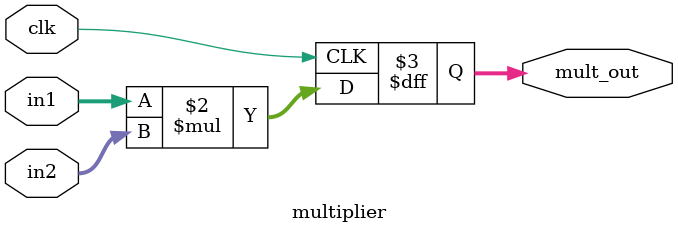
<source format=v>
`timescale 1ns / 1ps


(* USE_DSP="yes" *)module multiplier#(
    parameter n = 6)(
    input clk,
    input [n-1 : 0] in1, in2,
    output reg [2*n - 1 : 0] mult_out
    );
    
    always@(posedge clk)begin
        mult_out <= in1 * in2;
    end
endmodule

</source>
